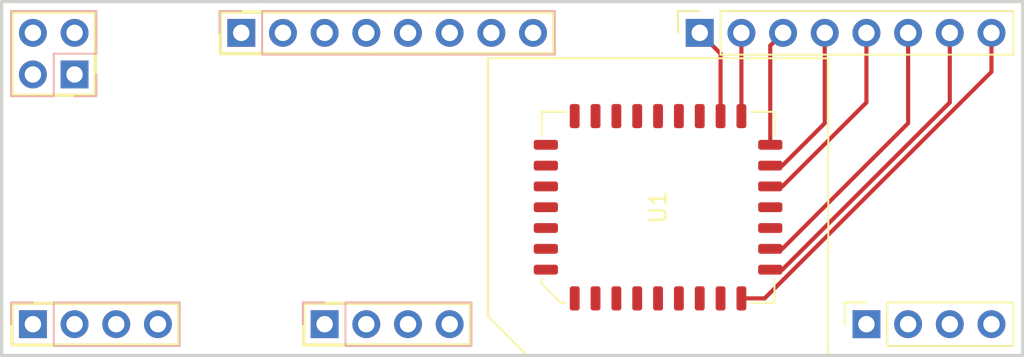
<source format=kicad_pcb>
(kicad_pcb (version 20171130) (host pcbnew "(5.1.9)-1")

  (general
    (thickness 1.6)
    (drawings 20)
    (tracks 20)
    (zones 0)
    (modules 7)
    (nets 9)
  )

  (page A4)
  (layers
    (0 F.Cu signal)
    (31 B.Cu signal)
    (32 B.Adhes user hide)
    (33 F.Adhes user hide)
    (34 B.Paste user hide)
    (35 F.Paste user hide)
    (36 B.SilkS user)
    (37 F.SilkS user)
    (38 B.Mask user hide)
    (39 F.Mask user hide)
    (40 Dwgs.User user)
    (41 Cmts.User user hide)
    (42 Eco1.User user hide)
    (43 Eco2.User user hide)
    (44 Edge.Cuts user)
    (45 Margin user hide)
    (46 B.CrtYd user)
    (47 F.CrtYd user)
    (48 B.Fab user hide)
    (49 F.Fab user hide)
  )

  (setup
    (last_trace_width 0.25)
    (trace_clearance 0.2)
    (zone_clearance 0.254)
    (zone_45_only no)
    (trace_min 0.2)
    (via_size 0.8)
    (via_drill 0.4)
    (via_min_size 0.4)
    (via_min_drill 0.3)
    (uvia_size 0.3)
    (uvia_drill 0.1)
    (uvias_allowed no)
    (uvia_min_size 0.2)
    (uvia_min_drill 0.1)
    (edge_width 0.1)
    (segment_width 0.2)
    (pcb_text_width 0.3)
    (pcb_text_size 1.5 1.5)
    (mod_edge_width 0.15)
    (mod_text_size 1 1)
    (mod_text_width 0.15)
    (pad_size 1.5 1.5)
    (pad_drill 0.6)
    (pad_to_mask_clearance 0)
    (solder_mask_min_width 0.25)
    (aux_axis_origin 0 0)
    (visible_elements 7FFFFF7F)
    (pcbplotparams
      (layerselection 0x010f0_ffffffff)
      (usegerberextensions false)
      (usegerberattributes false)
      (usegerberadvancedattributes false)
      (creategerberjobfile false)
      (excludeedgelayer true)
      (linewidth 0.100000)
      (plotframeref false)
      (viasonmask false)
      (mode 1)
      (useauxorigin false)
      (hpglpennumber 1)
      (hpglpenspeed 20)
      (hpglpendiameter 15.000000)
      (psnegative false)
      (psa4output false)
      (plotreference true)
      (plotvalue true)
      (plotinvisibletext false)
      (padsonsilk false)
      (subtractmaskfromsilk false)
      (outputformat 1)
      (mirror false)
      (drillshape 0)
      (scaleselection 1)
      (outputdirectory "reg_grb"))
  )

  (net 0 "")
  (net 1 "Net-(J5-Pad8)")
  (net 2 "Net-(J5-Pad7)")
  (net 3 "Net-(J5-Pad6)")
  (net 4 "Net-(J5-Pad5)")
  (net 5 "Net-(J5-Pad4)")
  (net 6 "Net-(J5-Pad3)")
  (net 7 "Net-(J5-Pad2)")
  (net 8 "Net-(J5-Pad1)")

  (net_class Default "This is the default net class."
    (clearance 0.2)
    (trace_width 0.25)
    (via_dia 0.8)
    (via_drill 0.4)
    (uvia_dia 0.3)
    (uvia_drill 0.1)
    (add_net "Net-(J1-Pad1)")
    (add_net "Net-(J1-Pad2)")
    (add_net "Net-(J1-Pad3)")
    (add_net "Net-(J1-Pad4)")
    (add_net "Net-(J1-Pad5)")
    (add_net "Net-(J1-Pad6)")
    (add_net "Net-(J1-Pad7)")
    (add_net "Net-(J1-Pad8)")
    (add_net "Net-(J2-Pad1)")
    (add_net "Net-(J2-Pad2)")
    (add_net "Net-(J2-Pad3)")
    (add_net "Net-(J2-Pad4)")
    (add_net "Net-(J3-Pad1)")
    (add_net "Net-(J3-Pad2)")
    (add_net "Net-(J3-Pad3)")
    (add_net "Net-(J3-Pad4)")
    (add_net "Net-(J4-Pad1)")
    (add_net "Net-(J4-Pad2)")
    (add_net "Net-(J4-Pad3)")
    (add_net "Net-(J4-Pad4)")
    (add_net "Net-(J5-Pad1)")
    (add_net "Net-(J5-Pad2)")
    (add_net "Net-(J5-Pad3)")
    (add_net "Net-(J5-Pad4)")
    (add_net "Net-(J5-Pad5)")
    (add_net "Net-(J5-Pad6)")
    (add_net "Net-(J5-Pad7)")
    (add_net "Net-(J5-Pad8)")
    (add_net "Net-(J6-Pad1)")
    (add_net "Net-(J6-Pad2)")
    (add_net "Net-(J6-Pad3)")
    (add_net "Net-(J6-Pad4)")
    (add_net "Net-(U1-Pad1)")
    (add_net "Net-(U1-Pad10)")
    (add_net "Net-(U1-Pad11)")
    (add_net "Net-(U1-Pad12)")
    (add_net "Net-(U1-Pad16)")
    (add_net "Net-(U1-Pad17)")
    (add_net "Net-(U1-Pad2)")
    (add_net "Net-(U1-Pad23)")
    (add_net "Net-(U1-Pad24)")
    (add_net "Net-(U1-Pad25)")
    (add_net "Net-(U1-Pad26)")
    (add_net "Net-(U1-Pad27)")
    (add_net "Net-(U1-Pad28)")
    (add_net "Net-(U1-Pad29)")
    (add_net "Net-(U1-Pad3)")
    (add_net "Net-(U1-Pad30)")
    (add_net "Net-(U1-Pad31)")
    (add_net "Net-(U1-Pad32)")
    (add_net "Net-(U1-Pad4)")
    (add_net "Net-(U1-Pad5)")
    (add_net "Net-(U1-Pad6)")
    (add_net "Net-(U1-Pad7)")
    (add_net "Net-(U1-Pad8)")
    (add_net "Net-(U1-Pad9)")
  )

  (module Connector_PinSocket_2.54mm:PinSocket_1x04_P2.54mm_Vertical locked (layer F.Cu) (tedit 5A19A429) (tstamp 60C3932D)
    (at 87.63 55.88 90)
    (descr "Through hole straight socket strip, 1x04, 2.54mm pitch, single row (from Kicad 4.0.7), script generated")
    (tags "Through hole socket strip THT 1x04 2.54mm single row")
    (path /60C34A2B)
    (fp_text reference J6 (at 0 -2.77 90) (layer F.SilkS) hide
      (effects (font (size 1 1) (thickness 0.15)))
    )
    (fp_text value Conn_01x08_Male (at 0 10.39 90) (layer F.Fab)
      (effects (font (size 1 1) (thickness 0.15)))
    )
    (fp_line (start -1.8 9.4) (end -1.8 -1.8) (layer F.CrtYd) (width 0.05))
    (fp_line (start 1.75 9.4) (end -1.8 9.4) (layer F.CrtYd) (width 0.05))
    (fp_line (start 1.75 -1.8) (end 1.75 9.4) (layer F.CrtYd) (width 0.05))
    (fp_line (start -1.8 -1.8) (end 1.75 -1.8) (layer F.CrtYd) (width 0.05))
    (fp_line (start 0 -1.33) (end 1.33 -1.33) (layer F.SilkS) (width 0.12))
    (fp_line (start 1.33 -1.33) (end 1.33 0) (layer F.SilkS) (width 0.12))
    (fp_line (start 1.33 1.27) (end 1.33 8.95) (layer F.SilkS) (width 0.12))
    (fp_line (start -1.33 8.95) (end 1.33 8.95) (layer F.SilkS) (width 0.12))
    (fp_line (start -1.33 1.27) (end -1.33 8.95) (layer F.SilkS) (width 0.12))
    (fp_line (start -1.33 1.27) (end 1.33 1.27) (layer F.SilkS) (width 0.12))
    (fp_line (start -1.27 8.89) (end -1.27 -1.27) (layer F.Fab) (width 0.1))
    (fp_line (start 1.27 8.89) (end -1.27 8.89) (layer F.Fab) (width 0.1))
    (fp_line (start 1.27 -0.635) (end 1.27 8.89) (layer F.Fab) (width 0.1))
    (fp_line (start 0.635 -1.27) (end 1.27 -0.635) (layer F.Fab) (width 0.1))
    (fp_line (start -1.27 -1.27) (end 0.635 -1.27) (layer F.Fab) (width 0.1))
    (fp_text user %R (at 0 3.81) (layer F.Fab)
      (effects (font (size 1 1) (thickness 0.15)))
    )
    (pad 4 thru_hole oval (at 0 7.62 90) (size 1.7 1.7) (drill 1) (layers *.Cu *.Mask))
    (pad 3 thru_hole oval (at 0 5.08 90) (size 1.7 1.7) (drill 1) (layers *.Cu *.Mask))
    (pad 2 thru_hole oval (at 0 2.54 90) (size 1.7 1.7) (drill 1) (layers *.Cu *.Mask))
    (pad 1 thru_hole rect (at 0 0 90) (size 1.7 1.7) (drill 1) (layers *.Cu *.Mask))
    (model ${KISYS3DMOD}/Connector_PinSocket_2.54mm.3dshapes/PinSocket_1x04_P2.54mm_Vertical.wrl
      (at (xyz 0 0 0))
      (scale (xyz 1 1 1))
      (rotate (xyz 0 0 0))
    )
  )

  (module Connector_PinSocket_2.54mm:PinSocket_1x08_P2.54mm_Vertical locked (layer F.Cu) (tedit 5A19A420) (tstamp 5F271291)
    (at 77.47 38.1 90)
    (descr "Through hole straight socket strip, 1x08, 2.54mm pitch, single row (from Kicad 4.0.7), script generated")
    (tags "Through hole socket strip THT 1x08 2.54mm single row")
    (path /60C35502)
    (fp_text reference J5 (at 0 -2.77 90) (layer F.SilkS) hide
      (effects (font (size 1 1) (thickness 0.15)))
    )
    (fp_text value Conn_01x08_Male (at 0 20.55 90) (layer F.Fab)
      (effects (font (size 1 1) (thickness 0.15)))
    )
    (fp_line (start -1.8 19.55) (end -1.8 -1.8) (layer F.CrtYd) (width 0.05))
    (fp_line (start 1.75 19.55) (end -1.8 19.55) (layer F.CrtYd) (width 0.05))
    (fp_line (start 1.75 -1.8) (end 1.75 19.55) (layer F.CrtYd) (width 0.05))
    (fp_line (start -1.8 -1.8) (end 1.75 -1.8) (layer F.CrtYd) (width 0.05))
    (fp_line (start 0 -1.33) (end 1.33 -1.33) (layer F.SilkS) (width 0.12))
    (fp_line (start 1.33 -1.33) (end 1.33 0) (layer F.SilkS) (width 0.12))
    (fp_line (start 1.33 1.27) (end 1.33 19.11) (layer F.SilkS) (width 0.12))
    (fp_line (start -1.33 19.11) (end 1.33 19.11) (layer F.SilkS) (width 0.12))
    (fp_line (start -1.33 1.27) (end -1.33 19.11) (layer F.SilkS) (width 0.12))
    (fp_line (start -1.33 1.27) (end 1.33 1.27) (layer F.SilkS) (width 0.12))
    (fp_line (start -1.27 19.05) (end -1.27 -1.27) (layer F.Fab) (width 0.1))
    (fp_line (start 1.27 19.05) (end -1.27 19.05) (layer F.Fab) (width 0.1))
    (fp_line (start 1.27 -0.635) (end 1.27 19.05) (layer F.Fab) (width 0.1))
    (fp_line (start 0.635 -1.27) (end 1.27 -0.635) (layer F.Fab) (width 0.1))
    (fp_line (start -1.27 -1.27) (end 0.635 -1.27) (layer F.Fab) (width 0.1))
    (fp_text user %R (at 0 8.89) (layer F.Fab)
      (effects (font (size 1 1) (thickness 0.15)))
    )
    (pad 8 thru_hole oval (at 0 17.78 90) (size 1.7 1.7) (drill 1) (layers *.Cu *.Mask)
      (net 1 "Net-(J5-Pad8)"))
    (pad 7 thru_hole oval (at 0 15.24 90) (size 1.7 1.7) (drill 1) (layers *.Cu *.Mask)
      (net 2 "Net-(J5-Pad7)"))
    (pad 6 thru_hole oval (at 0 12.7 90) (size 1.7 1.7) (drill 1) (layers *.Cu *.Mask)
      (net 3 "Net-(J5-Pad6)"))
    (pad 5 thru_hole oval (at 0 10.16 90) (size 1.7 1.7) (drill 1) (layers *.Cu *.Mask)
      (net 4 "Net-(J5-Pad5)"))
    (pad 4 thru_hole oval (at 0 7.62 90) (size 1.7 1.7) (drill 1) (layers *.Cu *.Mask)
      (net 5 "Net-(J5-Pad4)"))
    (pad 3 thru_hole oval (at 0 5.08 90) (size 1.7 1.7) (drill 1) (layers *.Cu *.Mask)
      (net 6 "Net-(J5-Pad3)"))
    (pad 2 thru_hole oval (at 0 2.54 90) (size 1.7 1.7) (drill 1) (layers *.Cu *.Mask)
      (net 7 "Net-(J5-Pad2)"))
    (pad 1 thru_hole rect (at 0 0 90) (size 1.7 1.7) (drill 1) (layers *.Cu *.Mask)
      (net 8 "Net-(J5-Pad1)"))
    (model ${KISYS3DMOD}/Connector_PinSocket_2.54mm.3dshapes/PinSocket_1x08_P2.54mm_Vertical.wrl
      (at (xyz 0 0 0))
      (scale (xyz 1 1 1))
      (rotate (xyz 0 0 0))
    )
  )

  (module Custom:PLCC-32_SMD-Socket (layer F.Cu) (tedit 60C32ACF) (tstamp 60C389FE)
    (at 74.93 48.7425 90)
    (descr "PLCC, 32 Pin (http://ww1.microchip.com/downloads/en/DeviceDoc/doc0015.pdf), generated with kicad-footprint-generator ipc_plcc_jLead_generator.py")
    (tags "PLCC LCC")
    (path /60C324A5)
    (attr smd)
    (fp_text reference U1 (at 0 0 90) (layer F.SilkS)
      (effects (font (size 1 1) (thickness 0.15)))
    )
    (fp_text value AT28C256J (at 0.0508 9.08812 90) (layer F.Fab)
      (effects (font (size 1 1) (thickness 0.15)))
    )
    (fp_line (start -6.66 -10.375) (end -9.09 -7.944) (layer F.SilkS) (width 0.12))
    (fp_line (start -9.09 -7.944) (end -9.09 10.375) (layer F.SilkS) (width 0.12))
    (fp_line (start -9.09 10.375) (end 9.09 10.375) (layer F.SilkS) (width 0.12))
    (fp_line (start 9.09 -10.375) (end 9.09 10.374) (layer F.SilkS) (width 0.12))
    (fp_line (start -6.55 -5.63) (end -6.55 0) (layer F.CrtYd) (width 0.05))
    (fp_line (start -5.96 -5.63) (end -6.55 -5.63) (layer F.CrtYd) (width 0.05))
    (fp_line (start -5.96 -5.95) (end -5.96 -5.63) (layer F.CrtYd) (width 0.05))
    (fp_line (start -4.68 -7.23) (end -5.96 -5.95) (layer F.CrtYd) (width 0.05))
    (fp_line (start -4.36 -7.23) (end -4.68 -7.23) (layer F.CrtYd) (width 0.05))
    (fp_line (start -4.36 -7.82) (end -4.36 -7.23) (layer F.CrtYd) (width 0.05))
    (fp_line (start 0 -7.82) (end -4.36 -7.82) (layer F.CrtYd) (width 0.05))
    (fp_line (start 6.55 5.63) (end 6.55 0) (layer F.CrtYd) (width 0.05))
    (fp_line (start 5.96 5.63) (end 6.55 5.63) (layer F.CrtYd) (width 0.05))
    (fp_line (start 5.96 7.23) (end 5.96 5.63) (layer F.CrtYd) (width 0.05))
    (fp_line (start 4.36 7.23) (end 5.96 7.23) (layer F.CrtYd) (width 0.05))
    (fp_line (start 4.36 7.82) (end 4.36 7.23) (layer F.CrtYd) (width 0.05))
    (fp_line (start 0 7.82) (end 4.36 7.82) (layer F.CrtYd) (width 0.05))
    (fp_line (start -6.55 5.63) (end -6.55 0) (layer F.CrtYd) (width 0.05))
    (fp_line (start -5.96 5.63) (end -6.55 5.63) (layer F.CrtYd) (width 0.05))
    (fp_line (start -5.96 7.23) (end -5.96 5.63) (layer F.CrtYd) (width 0.05))
    (fp_line (start -4.36 7.23) (end -5.96 7.23) (layer F.CrtYd) (width 0.05))
    (fp_line (start -4.36 7.82) (end -4.36 7.23) (layer F.CrtYd) (width 0.05))
    (fp_line (start 0 7.82) (end -4.36 7.82) (layer F.CrtYd) (width 0.05))
    (fp_line (start 6.55 -5.63) (end 6.55 0) (layer F.CrtYd) (width 0.05))
    (fp_line (start 5.96 -5.63) (end 6.55 -5.63) (layer F.CrtYd) (width 0.05))
    (fp_line (start 5.96 -7.23) (end 5.96 -5.63) (layer F.CrtYd) (width 0.05))
    (fp_line (start 4.36 -7.23) (end 5.96 -7.23) (layer F.CrtYd) (width 0.05))
    (fp_line (start 4.36 -7.82) (end 4.36 -7.23) (layer F.CrtYd) (width 0.05))
    (fp_line (start 0 -7.82) (end 4.36 -7.82) (layer F.CrtYd) (width 0.05))
    (fp_line (start -0.5 -6.985) (end 0 -6.277893) (layer F.Fab) (width 0.1))
    (fp_line (start -4.575 -6.985) (end -0.5 -6.985) (layer F.Fab) (width 0.1))
    (fp_line (start -5.715 -5.845) (end -4.575 -6.985) (layer F.Fab) (width 0.1))
    (fp_line (start -5.715 6.985) (end -5.715 -5.845) (layer F.Fab) (width 0.1))
    (fp_line (start 5.715 6.985) (end -5.715 6.985) (layer F.Fab) (width 0.1))
    (fp_line (start 5.715 -6.985) (end 5.715 6.985) (layer F.Fab) (width 0.1))
    (fp_line (start 0.5 -6.985) (end 5.715 -6.985) (layer F.Fab) (width 0.1))
    (fp_line (start 0 -6.277893) (end 0.5 -6.985) (layer F.Fab) (width 0.1))
    (fp_line (start -5.825 -5.922782) (end -5.825 -5.64) (layer F.SilkS) (width 0.12))
    (fp_line (start -4.652782 -7.095) (end -5.825 -5.922782) (layer F.SilkS) (width 0.12))
    (fp_line (start -4.37 -7.095) (end -4.652782 -7.095) (layer F.SilkS) (width 0.12))
    (fp_line (start 5.825 7.095) (end 5.825 5.64) (layer F.SilkS) (width 0.12))
    (fp_line (start 4.37 7.095) (end 5.825 7.095) (layer F.SilkS) (width 0.12))
    (fp_line (start -5.825 7.095) (end -5.825 5.64) (layer F.SilkS) (width 0.12))
    (fp_line (start -4.37 7.095) (end -5.825 7.095) (layer F.SilkS) (width 0.12))
    (fp_line (start 5.825 -7.095) (end 5.825 -5.64) (layer F.SilkS) (width 0.12))
    (fp_line (start 4.37 -7.095) (end 5.825 -7.095) (layer F.SilkS) (width 0.12))
    (fp_line (start -9.09 -7.944) (end -9.09 10.375) (layer F.CrtYd) (width 0.05))
    (fp_line (start 9.09 -10.374) (end 9.09 10.375) (layer F.CrtYd) (width 0.05))
    (fp_line (start -9.09 10.375) (end 9.09 10.375) (layer F.CrtYd) (width 0.05))
    (fp_line (start -6.66 -10.375) (end 9.09 -10.375) (layer F.CrtYd) (width 0.05))
    (fp_line (start -6.66 -10.375) (end -9.09 -7.944) (layer F.CrtYd) (width 0.05))
    (fp_line (start -6.66 -10.375) (end 9.09 -10.375) (layer F.SilkS) (width 0.12))
    (fp_text user %R (at -0.01016 -0.00508 90) (layer F.Fab)
      (effects (font (size 1 1) (thickness 0.15)))
    )
    (pad 1 smd roundrect (at 0 -6.8375 90) (size 0.6 1.475) (layers F.Cu F.Paste F.Mask) (roundrect_rratio 0.25))
    (pad 2 smd roundrect (at -1.27 -6.8375 90) (size 0.6 1.475) (layers F.Cu F.Paste F.Mask) (roundrect_rratio 0.25))
    (pad 3 smd roundrect (at -2.54 -6.8375 90) (size 0.6 1.475) (layers F.Cu F.Paste F.Mask) (roundrect_rratio 0.25))
    (pad 4 smd roundrect (at -3.81 -6.8375 90) (size 0.6 1.475) (layers F.Cu F.Paste F.Mask) (roundrect_rratio 0.25))
    (pad 5 smd roundrect (at -5.5625 -5.08 90) (size 1.475 0.6) (layers F.Cu F.Paste F.Mask) (roundrect_rratio 0.25))
    (pad 6 smd roundrect (at -5.5625 -3.81 90) (size 1.475 0.6) (layers F.Cu F.Paste F.Mask) (roundrect_rratio 0.25))
    (pad 7 smd roundrect (at -5.5625 -2.54 90) (size 1.475 0.6) (layers F.Cu F.Paste F.Mask) (roundrect_rratio 0.25))
    (pad 8 smd roundrect (at -5.5625 -1.27 90) (size 1.475 0.6) (layers F.Cu F.Paste F.Mask) (roundrect_rratio 0.25))
    (pad 9 smd roundrect (at -5.5625 0 90) (size 1.475 0.6) (layers F.Cu F.Paste F.Mask) (roundrect_rratio 0.25))
    (pad 10 smd roundrect (at -5.5625 1.27 90) (size 1.475 0.6) (layers F.Cu F.Paste F.Mask) (roundrect_rratio 0.25))
    (pad 11 smd roundrect (at -5.5625 2.54 90) (size 1.475 0.6) (layers F.Cu F.Paste F.Mask) (roundrect_rratio 0.25))
    (pad 12 smd roundrect (at -5.5625 3.81 90) (size 1.475 0.6) (layers F.Cu F.Paste F.Mask) (roundrect_rratio 0.25))
    (pad 13 smd roundrect (at -5.5625 5.08 90) (size 1.475 0.6) (layers F.Cu F.Paste F.Mask) (roundrect_rratio 0.25)
      (net 1 "Net-(J5-Pad8)"))
    (pad 14 smd roundrect (at -3.81 6.8375 90) (size 0.6 1.475) (layers F.Cu F.Paste F.Mask) (roundrect_rratio 0.25)
      (net 2 "Net-(J5-Pad7)"))
    (pad 15 smd roundrect (at -2.54 6.8375 90) (size 0.6 1.475) (layers F.Cu F.Paste F.Mask) (roundrect_rratio 0.25)
      (net 3 "Net-(J5-Pad6)"))
    (pad 16 smd roundrect (at -1.27 6.8375 90) (size 0.6 1.475) (layers F.Cu F.Paste F.Mask) (roundrect_rratio 0.25))
    (pad 17 smd roundrect (at 0 6.8375 90) (size 0.6 1.475) (layers F.Cu F.Paste F.Mask) (roundrect_rratio 0.25))
    (pad 18 smd roundrect (at 1.27 6.8375 90) (size 0.6 1.475) (layers F.Cu F.Paste F.Mask) (roundrect_rratio 0.25)
      (net 4 "Net-(J5-Pad5)"))
    (pad 19 smd roundrect (at 2.54 6.8375 90) (size 0.6 1.475) (layers F.Cu F.Paste F.Mask) (roundrect_rratio 0.25)
      (net 5 "Net-(J5-Pad4)"))
    (pad 20 smd roundrect (at 3.81 6.8375 90) (size 0.6 1.475) (layers F.Cu F.Paste F.Mask) (roundrect_rratio 0.25)
      (net 6 "Net-(J5-Pad3)"))
    (pad 21 smd roundrect (at 5.5625 5.08 90) (size 1.475 0.6) (layers F.Cu F.Paste F.Mask) (roundrect_rratio 0.25)
      (net 7 "Net-(J5-Pad2)"))
    (pad 22 smd roundrect (at 5.5625 3.81 90) (size 1.475 0.6) (layers F.Cu F.Paste F.Mask) (roundrect_rratio 0.25)
      (net 8 "Net-(J5-Pad1)"))
    (pad 23 smd roundrect (at 5.5625 2.54 90) (size 1.475 0.6) (layers F.Cu F.Paste F.Mask) (roundrect_rratio 0.25))
    (pad 24 smd roundrect (at 5.5625 1.27 90) (size 1.475 0.6) (layers F.Cu F.Paste F.Mask) (roundrect_rratio 0.25))
    (pad 25 smd roundrect (at 5.5625 0 90) (size 1.475 0.6) (layers F.Cu F.Paste F.Mask) (roundrect_rratio 0.25))
    (pad 26 smd roundrect (at 5.5625 -1.27 90) (size 1.475 0.6) (layers F.Cu F.Paste F.Mask) (roundrect_rratio 0.25))
    (pad 27 smd roundrect (at 5.5625 -2.54 90) (size 1.475 0.6) (layers F.Cu F.Paste F.Mask) (roundrect_rratio 0.25))
    (pad 28 smd roundrect (at 5.5625 -3.81 90) (size 1.475 0.6) (layers F.Cu F.Paste F.Mask) (roundrect_rratio 0.25))
    (pad 29 smd roundrect (at 5.5625 -5.08 90) (size 1.475 0.6) (layers F.Cu F.Paste F.Mask) (roundrect_rratio 0.25))
    (pad 30 smd roundrect (at 3.81 -6.8375 90) (size 0.6 1.475) (layers F.Cu F.Paste F.Mask) (roundrect_rratio 0.25))
    (pad 31 smd roundrect (at 2.54 -6.8375 90) (size 0.6 1.475) (layers F.Cu F.Paste F.Mask) (roundrect_rratio 0.25))
    (pad 32 smd roundrect (at 1.27 -6.8375 90) (size 0.6 1.475) (layers F.Cu F.Paste F.Mask) (roundrect_rratio 0.25))
    (model ${KISYS3DMOD}/Package_LCC.3dshapes/PLCC-32_11.4x14.0mm_P1.27mm.wrl
      (at (xyz 0 0 0))
      (scale (xyz 1 1 1))
      (rotate (xyz 0 0 0))
    )
  )

  (module Connector_PinHeader_2.54mm:PinHeader_1x08_P2.54mm_Vertical locked (layer B.Cu) (tedit 5F25DA4D) (tstamp 5F32EAA7)
    (at 49.53 38.1 270)
    (descr "Through hole straight pin header, 1x08, 2.54mm pitch, single row")
    (tags "Through hole pin header THT 1x08 2.54mm single row")
    (path /60C32F06)
    (fp_text reference J1 (at 0 2.33 270) (layer B.Fab) hide
      (effects (font (size 1 1) (thickness 0.15)) (justify mirror))
    )
    (fp_text value Conn_01x08_Male (at 2.54 -8.89 180) (layer B.Fab)
      (effects (font (size 1 1) (thickness 0.15)) (justify mirror))
    )
    (fp_line (start -0.635 1.27) (end 1.27 1.27) (layer B.Fab) (width 0.1))
    (fp_line (start 1.27 1.27) (end 1.27 -19.05) (layer B.Fab) (width 0.1))
    (fp_line (start 1.27 -19.05) (end -1.27 -19.05) (layer B.Fab) (width 0.1))
    (fp_line (start -1.27 -19.05) (end -1.27 0.635) (layer B.Fab) (width 0.1))
    (fp_line (start -1.27 0.635) (end -0.635 1.27) (layer B.Fab) (width 0.1))
    (fp_line (start -1.33 -19.11) (end 1.33 -19.11) (layer B.SilkS) (width 0.12))
    (fp_line (start -1.33 -1.27) (end -1.33 -19.11) (layer B.SilkS) (width 0.12))
    (fp_line (start 1.33 -1.27) (end 1.33 -19.11) (layer B.SilkS) (width 0.12))
    (fp_line (start -1.33 -1.27) (end 1.33 -1.27) (layer B.SilkS) (width 0.12))
    (fp_line (start -1.33 0) (end -1.33 1.33) (layer B.SilkS) (width 0.12))
    (fp_line (start -1.33 1.33) (end 0 1.33) (layer B.SilkS) (width 0.12))
    (fp_line (start -1.8 1.8) (end -1.8 -19.55) (layer B.CrtYd) (width 0.05))
    (fp_line (start -1.8 -19.55) (end 1.8 -19.55) (layer B.CrtYd) (width 0.05))
    (fp_line (start 1.8 -19.55) (end 1.8 1.8) (layer B.CrtYd) (width 0.05))
    (fp_line (start 1.8 1.8) (end -1.8 1.8) (layer B.CrtYd) (width 0.05))
    (fp_text user %R (at 0 -8.89 180) (layer B.Fab)
      (effects (font (size 1 1) (thickness 0.15)) (justify mirror))
    )
    (pad 1 thru_hole rect (at 0 0 270) (size 1.7 1.7) (drill 1) (layers *.Cu *.Mask))
    (pad 2 thru_hole oval (at 0 -2.54 270) (size 1.7 1.7) (drill 1) (layers *.Cu *.Mask))
    (pad 3 thru_hole oval (at 0 -5.08 270) (size 1.7 1.7) (drill 1) (layers *.Cu *.Mask))
    (pad 4 thru_hole oval (at 0 -7.62 270) (size 1.7 1.7) (drill 1) (layers *.Cu *.Mask))
    (pad 5 thru_hole oval (at 0 -10.16 270) (size 1.7 1.7) (drill 1) (layers *.Cu *.Mask))
    (pad 6 thru_hole oval (at 0 -12.7 270) (size 1.7 1.7) (drill 1) (layers *.Cu *.Mask))
    (pad 7 thru_hole oval (at 0 -15.24 270) (size 1.7 1.7) (drill 1) (layers *.Cu *.Mask))
    (pad 8 thru_hole oval (at 0 -17.78 270) (size 1.7 1.7) (drill 1) (layers *.Cu *.Mask))
    (model ${KISYS3DMOD}/Connector_PinHeader_2.54mm.3dshapes/PinHeader_1x08_P2.54mm_Vertical.wrl
      (at (xyz 0 0 0))
      (scale (xyz 1 1 1))
      (rotate (xyz 0 0 0))
    )
  )

  (module Connector_PinHeader_2.54mm:PinHeader_1x04_P2.54mm_Vertical locked (layer B.Cu) (tedit 5F25DA2C) (tstamp 5F2711BA)
    (at 36.83 55.88 270)
    (descr "Through hole straight pin header, 1x04, 2.54mm pitch, single row")
    (tags "Through hole pin header THT 1x04 2.54mm single row")
    (path /60C34145)
    (fp_text reference J2 (at 0 2.33 270) (layer B.Fab) hide
      (effects (font (size 1 1) (thickness 0.15)) (justify mirror))
    )
    (fp_text value Conn_01x04_Male (at -2.54 -3.81 180) (layer B.Fab)
      (effects (font (size 1 1) (thickness 0.15)) (justify mirror))
    )
    (fp_line (start -0.635 1.27) (end 1.27 1.27) (layer B.Fab) (width 0.1))
    (fp_line (start 1.27 1.27) (end 1.27 -8.89) (layer B.Fab) (width 0.1))
    (fp_line (start 1.27 -8.89) (end -1.27 -8.89) (layer B.Fab) (width 0.1))
    (fp_line (start -1.27 -8.89) (end -1.27 0.635) (layer B.Fab) (width 0.1))
    (fp_line (start -1.27 0.635) (end -0.635 1.27) (layer B.Fab) (width 0.1))
    (fp_line (start -1.33 -8.95) (end 1.33 -8.95) (layer B.SilkS) (width 0.12))
    (fp_line (start -1.33 -1.27) (end -1.33 -8.95) (layer B.SilkS) (width 0.12))
    (fp_line (start 1.33 -1.27) (end 1.33 -8.95) (layer B.SilkS) (width 0.12))
    (fp_line (start -1.33 -1.27) (end 1.33 -1.27) (layer B.SilkS) (width 0.12))
    (fp_line (start -1.33 0) (end -1.33 1.33) (layer B.SilkS) (width 0.12))
    (fp_line (start -1.33 1.33) (end 0 1.33) (layer B.SilkS) (width 0.12))
    (fp_line (start -1.8 1.8) (end -1.8 -9.4) (layer B.CrtYd) (width 0.05))
    (fp_line (start -1.8 -9.4) (end 1.8 -9.4) (layer B.CrtYd) (width 0.05))
    (fp_line (start 1.8 -9.4) (end 1.8 1.8) (layer B.CrtYd) (width 0.05))
    (fp_line (start 1.8 1.8) (end -1.8 1.8) (layer B.CrtYd) (width 0.05))
    (fp_text user %R (at 0 -3.81 180) (layer B.Fab)
      (effects (font (size 1 1) (thickness 0.15)) (justify mirror))
    )
    (pad 1 thru_hole rect (at 0 0 270) (size 1.7 1.7) (drill 1) (layers *.Cu *.Mask))
    (pad 2 thru_hole oval (at 0 -2.54 270) (size 1.7 1.7) (drill 1) (layers *.Cu *.Mask))
    (pad 3 thru_hole oval (at 0 -5.08 270) (size 1.7 1.7) (drill 1) (layers *.Cu *.Mask))
    (pad 4 thru_hole oval (at 0 -7.62 270) (size 1.7 1.7) (drill 1) (layers *.Cu *.Mask))
    (model ${KISYS3DMOD}/Connector_PinHeader_2.54mm.3dshapes/PinHeader_1x04_P2.54mm_Vertical.wrl
      (at (xyz 0 0 0))
      (scale (xyz 1 1 1))
      (rotate (xyz 0 0 0))
    )
  )

  (module Connector_PinHeader_2.54mm:PinHeader_1x04_P2.54mm_Vertical locked (layer B.Cu) (tedit 5F25DA30) (tstamp 5F330A2C)
    (at 54.61 55.88 270)
    (descr "Through hole straight pin header, 1x04, 2.54mm pitch, single row")
    (tags "Through hole pin header THT 1x04 2.54mm single row")
    (path /60C35FC2)
    (fp_text reference J3 (at 0 2.33 270) (layer B.Fab) hide
      (effects (font (size 1 1) (thickness 0.15)) (justify mirror))
    )
    (fp_text value Conn_01x04_Male (at -2.54 -3.81 180) (layer B.Fab)
      (effects (font (size 1 1) (thickness 0.15)) (justify mirror))
    )
    (fp_line (start 1.8 1.8) (end -1.8 1.8) (layer B.CrtYd) (width 0.05))
    (fp_line (start 1.8 -9.4) (end 1.8 1.8) (layer B.CrtYd) (width 0.05))
    (fp_line (start -1.8 -9.4) (end 1.8 -9.4) (layer B.CrtYd) (width 0.05))
    (fp_line (start -1.8 1.8) (end -1.8 -9.4) (layer B.CrtYd) (width 0.05))
    (fp_line (start -1.33 1.33) (end 0 1.33) (layer B.SilkS) (width 0.12))
    (fp_line (start -1.33 0) (end -1.33 1.33) (layer B.SilkS) (width 0.12))
    (fp_line (start -1.33 -1.27) (end 1.33 -1.27) (layer B.SilkS) (width 0.12))
    (fp_line (start 1.33 -1.27) (end 1.33 -8.95) (layer B.SilkS) (width 0.12))
    (fp_line (start -1.33 -1.27) (end -1.33 -8.95) (layer B.SilkS) (width 0.12))
    (fp_line (start -1.33 -8.95) (end 1.33 -8.95) (layer B.SilkS) (width 0.12))
    (fp_line (start -1.27 0.635) (end -0.635 1.27) (layer B.Fab) (width 0.1))
    (fp_line (start -1.27 -8.89) (end -1.27 0.635) (layer B.Fab) (width 0.1))
    (fp_line (start 1.27 -8.89) (end -1.27 -8.89) (layer B.Fab) (width 0.1))
    (fp_line (start 1.27 1.27) (end 1.27 -8.89) (layer B.Fab) (width 0.1))
    (fp_line (start -0.635 1.27) (end 1.27 1.27) (layer B.Fab) (width 0.1))
    (fp_text user %R (at 0 -3.81 180) (layer B.Fab)
      (effects (font (size 1 1) (thickness 0.15)) (justify mirror))
    )
    (pad 4 thru_hole oval (at 0 -7.62 270) (size 1.7 1.7) (drill 1) (layers *.Cu *.Mask))
    (pad 3 thru_hole oval (at 0 -5.08 270) (size 1.7 1.7) (drill 1) (layers *.Cu *.Mask))
    (pad 2 thru_hole oval (at 0 -2.54 270) (size 1.7 1.7) (drill 1) (layers *.Cu *.Mask))
    (pad 1 thru_hole rect (at 0 0 270) (size 1.7 1.7) (drill 1) (layers *.Cu *.Mask))
    (model ${KISYS3DMOD}/Connector_PinHeader_2.54mm.3dshapes/PinHeader_1x04_P2.54mm_Vertical.wrl
      (at (xyz 0 0 0))
      (scale (xyz 1 1 1))
      (rotate (xyz 0 0 0))
    )
  )

  (module Connector_PinHeader_2.54mm:PinHeader_2x02_P2.54mm_Vertical locked (layer B.Cu) (tedit 5F25DA48) (tstamp 5F32F78E)
    (at 39.37 40.64 90)
    (descr "Through hole straight pin header, 2x02, 2.54mm pitch, double rows")
    (tags "Through hole pin header THT 2x02 2.54mm double row")
    (path /60C36469)
    (fp_text reference J4 (at 1.27 2.33 90) (layer B.Fab) hide
      (effects (font (size 1 1) (thickness 0.15)) (justify mirror))
    )
    (fp_text value Conn_01x04_Male (at -2.54 -1.27) (layer B.Fab)
      (effects (font (size 1 1) (thickness 0.15)) (justify mirror))
    )
    (fp_line (start 0 1.27) (end 3.81 1.27) (layer B.Fab) (width 0.1))
    (fp_line (start 3.81 1.27) (end 3.81 -3.81) (layer B.Fab) (width 0.1))
    (fp_line (start 3.81 -3.81) (end -1.27 -3.81) (layer B.Fab) (width 0.1))
    (fp_line (start -1.27 -3.81) (end -1.27 0) (layer B.Fab) (width 0.1))
    (fp_line (start -1.27 0) (end 0 1.27) (layer B.Fab) (width 0.1))
    (fp_line (start -1.33 -3.87) (end 3.87 -3.87) (layer B.SilkS) (width 0.12))
    (fp_line (start -1.33 -1.27) (end -1.33 -3.87) (layer B.SilkS) (width 0.12))
    (fp_line (start 3.87 1.33) (end 3.87 -3.87) (layer B.SilkS) (width 0.12))
    (fp_line (start -1.33 -1.27) (end 1.27 -1.27) (layer B.SilkS) (width 0.12))
    (fp_line (start 1.27 -1.27) (end 1.27 1.33) (layer B.SilkS) (width 0.12))
    (fp_line (start 1.27 1.33) (end 3.87 1.33) (layer B.SilkS) (width 0.12))
    (fp_line (start -1.33 0) (end -1.33 1.33) (layer B.SilkS) (width 0.12))
    (fp_line (start -1.33 1.33) (end 0 1.33) (layer B.SilkS) (width 0.12))
    (fp_line (start -1.8 1.8) (end -1.8 -4.35) (layer B.CrtYd) (width 0.05))
    (fp_line (start -1.8 -4.35) (end 4.35 -4.35) (layer B.CrtYd) (width 0.05))
    (fp_line (start 4.35 -4.35) (end 4.35 1.8) (layer B.CrtYd) (width 0.05))
    (fp_line (start 4.35 1.8) (end -1.8 1.8) (layer B.CrtYd) (width 0.05))
    (fp_text user %R (at 1.27 -1.27) (layer B.Fab)
      (effects (font (size 1 1) (thickness 0.15)) (justify mirror))
    )
    (pad 1 thru_hole rect (at 0 0 90) (size 1.7 1.7) (drill 1) (layers *.Cu *.Mask))
    (pad 2 thru_hole oval (at 2.54 0 90) (size 1.7 1.7) (drill 1) (layers *.Cu *.Mask))
    (pad 3 thru_hole oval (at 0 -2.54 90) (size 1.7 1.7) (drill 1) (layers *.Cu *.Mask))
    (pad 4 thru_hole oval (at 2.54 -2.54 90) (size 1.7 1.7) (drill 1) (layers *.Cu *.Mask))
    (model ${KISYS3DMOD}/Connector_PinHeader_2.54mm.3dshapes/PinHeader_2x02_P2.54mm_Vertical.wrl
      (at (xyz 0 0 0))
      (scale (xyz 1 1 1))
      (rotate (xyz 0 0 0))
    )
  )

  (gr_line (start 40.64 36.83) (end 40.64 41.91) (layer F.SilkS) (width 0.2))
  (gr_line (start 35.56 36.83) (end 40.64 36.83) (layer F.SilkS) (width 0.2))
  (gr_line (start 35.56 41.91) (end 35.56 36.83) (layer F.SilkS) (width 0.2))
  (gr_line (start 68.58 36.83) (end 48.26 36.83) (layer F.SilkS) (width 0.2))
  (gr_line (start 68.58 39.37) (end 68.58 36.83) (layer F.SilkS) (width 0.2))
  (gr_line (start 48.26 39.37) (end 68.58 39.37) (layer F.SilkS) (width 0.2))
  (gr_line (start 63.5 54.61) (end 63.5 57.15) (layer F.SilkS) (width 0.2))
  (gr_line (start 35.56 57.15) (end 45.72 57.15) (layer F.SilkS) (width 0.2))
  (gr_line (start 35.56 54.61) (end 35.56 57.15) (layer F.SilkS) (width 0.2))
  (gr_line (start 45.72 54.61) (end 35.56 54.61) (layer F.SilkS) (width 0.2))
  (gr_line (start 45.72 54.61) (end 45.72 57.15) (layer F.SilkS) (width 0.2))
  (gr_line (start 53.34 57.15) (end 63.5 57.15) (layer F.SilkS) (width 0.2))
  (gr_line (start 53.34 54.61) (end 53.34 57.15) (layer F.SilkS) (width 0.2))
  (gr_line (start 63.5 54.61) (end 53.34 54.61) (layer F.SilkS) (width 0.2))
  (gr_line (start 48.26 36.83) (end 48.26 39.37) (layer F.SilkS) (width 0.2))
  (gr_line (start 35.56 41.91) (end 40.64 41.91) (layer F.SilkS) (width 0.2) (tstamp 5F3E774A))
  (gr_line (start 34.925 57.785) (end 34.925 36.195) (layer Edge.Cuts) (width 0.2))
  (gr_line (start 97.155 57.785) (end 34.925 57.785) (layer Edge.Cuts) (width 0.2) (tstamp 5F7615DD))
  (gr_line (start 97.155 36.195) (end 97.155 57.785) (layer Edge.Cuts) (width 0.2))
  (gr_line (start 34.925 36.195) (end 97.155 36.195) (layer Edge.Cuts) (width 0.2))

  (segment (start 95.25 40.479268) (end 95.25 38.1) (width 0.25) (layer F.Cu) (net 1))
  (segment (start 81.424268 54.305) (end 95.25 40.479268) (width 0.25) (layer F.Cu) (net 1))
  (segment (start 80.01 54.305) (end 81.424268 54.305) (width 0.25) (layer F.Cu) (net 1))
  (segment (start 92.71 42.3475) (end 92.71 38.1) (width 0.25) (layer F.Cu) (net 2))
  (segment (start 82.505 52.5525) (end 92.71 42.3475) (width 0.25) (layer F.Cu) (net 2))
  (segment (start 81.7675 52.5525) (end 82.505 52.5525) (width 0.25) (layer F.Cu) (net 2))
  (segment (start 90.17 43.6175) (end 90.17 38.1) (width 0.25) (layer F.Cu) (net 3))
  (segment (start 82.505 51.2825) (end 90.17 43.6175) (width 0.25) (layer F.Cu) (net 3))
  (segment (start 81.7675 51.2825) (end 82.505 51.2825) (width 0.25) (layer F.Cu) (net 3))
  (segment (start 87.63 42.3475) (end 87.63 38.1) (width 0.25) (layer F.Cu) (net 4))
  (segment (start 82.505 47.4725) (end 87.63 42.3475) (width 0.25) (layer F.Cu) (net 4))
  (segment (start 81.7675 47.4725) (end 82.505 47.4725) (width 0.25) (layer F.Cu) (net 4))
  (segment (start 85.09 43.6175) (end 85.09 38.1) (width 0.25) (layer F.Cu) (net 5))
  (segment (start 82.505 46.2025) (end 85.09 43.6175) (width 0.25) (layer F.Cu) (net 5))
  (segment (start 81.7675 46.2025) (end 82.505 46.2025) (width 0.25) (layer F.Cu) (net 5))
  (segment (start 81.7675 38.8825) (end 82.55 38.1) (width 0.25) (layer F.Cu) (net 6))
  (segment (start 81.7675 44.9325) (end 81.7675 38.8825) (width 0.25) (layer F.Cu) (net 6))
  (segment (start 80.01 43.18) (end 80.01 38.1) (width 0.25) (layer F.Cu) (net 7))
  (segment (start 78.74 39.37) (end 77.47 38.1) (width 0.25) (layer F.Cu) (net 8))
  (segment (start 78.74 43.18) (end 78.74 39.37) (width 0.25) (layer F.Cu) (net 8))

)

</source>
